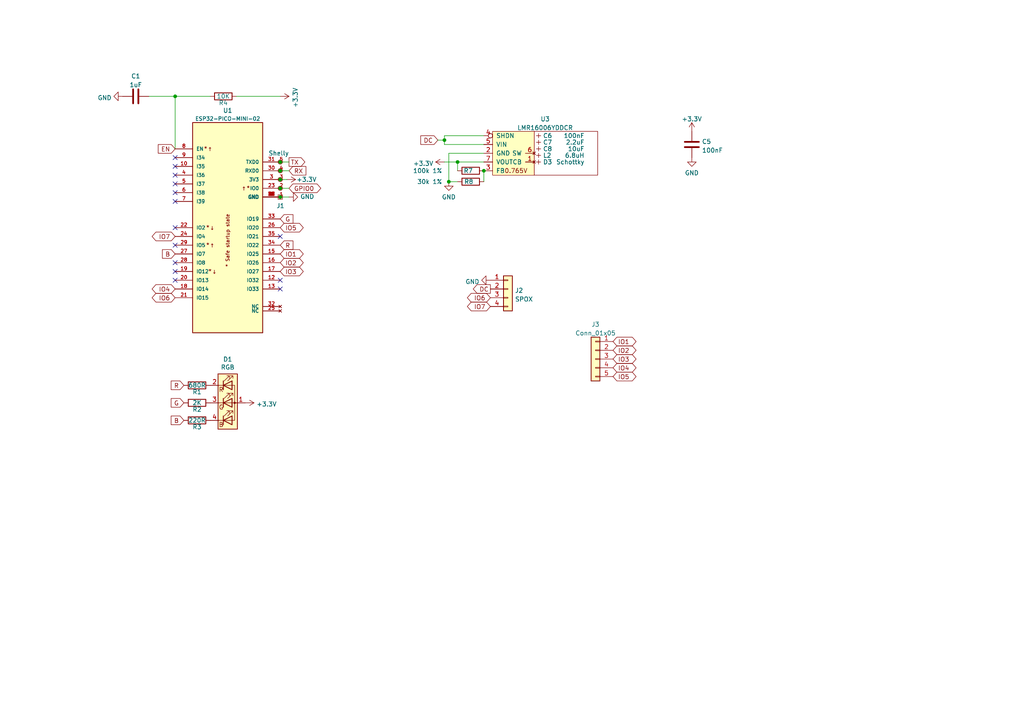
<source format=kicad_sch>
(kicad_sch (version 20241209) (generator "eeschema") (generator_version "9.0")
  (paper "A4")
  (title_block (title "Generic ESP32-PICO-MINI module") (date "${DATE}") (rev "1") (comment 1 "@TheRealRevK") (comment 2 "www.me.uk"))
  (lib_symbols
    (symbol "Connector_Generic:Conn_01x04" (pin_names (offset 1.016) (hide yes))
      (property "Reference" "J" (at 0 5.08 0))
      (property "Value" "Conn_01x04" (at 0 -7.62 0))
      (symbol "Conn_01x04_1_1"
        (rectangle (start -1.27 3.81) (end 1.27 -6.35) (stroke (width 0.254)) (fill (type background)))
        (rectangle (start -1.27 2.667) (end 0 2.413) (stroke (width 0.1524)))
        (rectangle (start -1.27 0.127) (end 0 -0.127) (stroke (width 0.1524)))
        (rectangle (start -1.27 -2.413) (end 0 -2.667) (stroke (width 0.1524)))
        (rectangle (start -1.27 -4.953) (end 0 -5.207) (stroke (width 0.1524)))
        (pin passive line (at -5.08 2.54 0) (length 3.81) (name "Pin_1") (number "1"))
        (pin passive line (at -5.08 0 0) (length 3.81) (name "Pin_2") (number "2"))
        (pin passive line (at -5.08 -2.54 0) (length 3.81) (name "Pin_3") (number "3"))
        (pin passive line (at -5.08 -5.08 0) (length 3.81) (name "Pin_4") (number "4"))
      )
    )
    (symbol "Connector_Generic:Conn_01x05" (pin_names (offset 1.016) (hide yes))
      (property "Reference" "J" (at 0 7.62 0))
      (property "Value" "Conn_01x05" (at 0 -7.62 0))
      (symbol "Conn_01x05_1_1"
        (rectangle (start -1.27 6.35) (end 1.27 -6.35) (stroke (width 0.254)) (fill (type background)))
        (rectangle (start -1.27 5.207) (end 0 4.953) (stroke (width 0.1524)))
        (rectangle (start -1.27 2.667) (end 0 2.413) (stroke (width 0.1524)))
        (rectangle (start -1.27 0.127) (end 0 -0.127) (stroke (width 0.1524)))
        (rectangle (start -1.27 -2.413) (end 0 -2.667) (stroke (width 0.1524)))
        (rectangle (start -1.27 -4.953) (end 0 -5.207) (stroke (width 0.1524)))
        (pin passive line (at -5.08 5.08 0) (length 3.81) (name "Pin_1") (number "1"))
        (pin passive line (at -5.08 2.54 0) (length 3.81) (name "Pin_2") (number "2"))
        (pin passive line (at -5.08 0 0) (length 3.81) (name "Pin_3") (number "3"))
        (pin passive line (at -5.08 -2.54 0) (length 3.81) (name "Pin_4") (number "4"))
        (pin passive line (at -5.08 -5.08 0) (length 3.81) (name "Pin_5") (number "5"))
      )
    )
    (symbol "Device:C" (pin_numbers (hide yes)) (pin_names (offset 0.254))
      (property "Reference" "C" (at 0.635 2.54 0))
      (property "Value" "C" (at 0.635 -2.54 0))
      (symbol "C_0_1"
        (polyline (pts (xy -2.032 0.762) (xy 2.032 0.762)) (stroke (width 0.508)))
        (polyline (pts (xy -2.032 -0.762) (xy 2.032 -0.762)) (stroke (width 0.508)))
      )
      (symbol "C_1_1"
        (pin passive line (at 0 3.81 270) (length 2.794) (name "~") (number "1"))
        (pin passive line (at 0 -3.81 90) (length 2.794) (name "~") (number "2"))
      )
    )
    (symbol "Device:LED_ARGB" (pin_names (offset 0) (hide yes))
      (property "Reference" "D" (at 0 9.398 0))
      (property "Value" "LED_ARGB" (at 0 -8.89 0))
      (symbol "LED_ARGB_0_0"
        (text "R" (at -1.905 3.81 0) (effects (font (size 1.27 1.27))))
        (text "G" (at -1.905 -1.27 0) (effects (font (size 1.27 1.27))))
        (text "B" (at -1.905 -6.35 0) (effects (font (size 1.27 1.27))))
      )
      (symbol "LED_ARGB_0_1"
        (polyline (pts (xy -1.27 6.35) (xy -1.27 3.81) (xy -1.27 3.81)))
        (polyline (pts (xy -1.27 6.35) (xy -1.27 3.81)) (stroke (width 0.254)))
        (polyline (pts (xy -1.27 5.08) (xy 1.27 5.08)))
        (polyline (pts (xy -1.27 5.08) (xy -2.54 5.08)))
        (polyline (pts (xy -1.27 1.27) (xy -1.27 -1.27) (xy -1.27 -1.27)))
        (polyline (pts (xy -1.27 1.27) (xy -1.27 -1.27)) (stroke (width 0.254)))
        (polyline (pts (xy -1.27 0) (xy -2.54 0)))
        (polyline (pts (xy -1.27 -3.81) (xy -1.27 -6.35)) (stroke (width 0.254)))
        (polyline (pts (xy -1.27 -5.08) (xy 1.27 -5.08)))
        (polyline (pts (xy -1.27 -5.08) (xy -2.54 -5.08)))
        (polyline (pts (xy -1.016 6.35) (xy 0.508 7.874) (xy -0.254 7.874) (xy 0.508 7.874) (xy 0.508 7.112)))
        (polyline (pts (xy -1.016 1.27) (xy 0.508 2.794) (xy -0.254 2.794) (xy 0.508 2.794) (xy 0.508 2.032)))
        (polyline (pts (xy -1.016 -3.81) (xy 0.508 -2.286) (xy -0.254 -2.286) (xy 0.508 -2.286) (xy 0.508 -3.048)))
        (polyline (pts (xy 0 6.35) (xy 1.524 7.874) (xy 0.762 7.874) (xy 1.524 7.874) (xy 1.524 7.112)))
        (polyline (pts (xy 0 1.27) (xy 1.524 2.794) (xy 0.762 2.794) (xy 1.524 2.794) (xy 1.524 2.032)))
        (polyline (pts (xy 0 -3.81) (xy 1.524 -2.286) (xy 0.762 -2.286) (xy 1.524 -2.286) (xy 1.524 -3.048)))
        (rectangle (start 1.27 6.35) (end 1.27 6.35))
        (polyline (pts (xy 1.27 6.35) (xy 1.27 3.81) (xy -1.27 5.08) (xy 1.27 6.35)) (stroke (width 0.254)))
        (rectangle (start 1.27 3.81) (end 1.27 6.35))
        (rectangle (start 1.27 1.27) (end 1.27 1.27))
        (polyline (pts (xy 1.27 1.27) (xy 1.27 -1.27) (xy -1.27 0) (xy 1.27 1.27)) (stroke (width 0.254)))
        (polyline (pts (xy 1.27 0) (xy 2.54 0)))
        (polyline (pts (xy 1.27 0) (xy -1.27 0)))
        (rectangle (start 1.27 -1.27) (end 1.27 1.27))
        (polyline (pts (xy 1.27 -3.81) (xy 1.27 -6.35) (xy -1.27 -5.08) (xy 1.27 -3.81)) (stroke (width 0.254)))
        (polyline (pts (xy 1.27 -5.08) (xy 2.032 -5.08) (xy 2.032 5.08) (xy 1.27 5.08)))
        (circle (center 2.032 0) (radius 0.254) (fill (type outline)))
        (rectangle (start 2.794 8.382) (end -2.794 -7.62) (stroke (width 0.254)) (fill (type background)))
      )
      (symbol "LED_ARGB_1_1"
        (pin passive line (at -5.08 5.08 0) (length 2.54) (name "RK") (number "2"))
        (pin passive line (at -5.08 0 0) (length 2.54) (name "GK") (number "3"))
        (pin passive line (at -5.08 -5.08 0) (length 2.54) (name "BK") (number "4"))
        (pin passive line (at 5.08 0 180) (length 2.54) (name "A") (number "1"))
      )
    )
    (symbol "Device:R" (pin_numbers (hide yes)) (pin_names (offset 0))
      (property "Reference" "R" (at 2.032 0 90))
      (property "Value" "R" (at 0 0 90))
      (symbol "R_0_1"
        (rectangle (start -1.016 -2.54) (end 1.016 2.54) (stroke (width 0.254)))
      )
      (symbol "R_1_1"
        (pin passive line (at 0 3.81 270) (length 1.27) (name "~") (number "1"))
        (pin passive line (at 0 -3.81 90) (length 1.27) (name "~") (number "2"))
      )
    )
    (symbol "GND_5" (power) (pin_names (offset 0))
      (property "Value" "GND_5" (at 0 -3.81 0))
      (symbol "GND_5_0_1"
        (polyline (pts (xy 0 0) (xy 0 -1.27) (xy 1.27 -1.27) (xy 0 -2.54) (xy -1.27 -1.27) (xy 0 -1.27)))
      )
      (symbol "GND_5_1_1"
        (pin power_in line (at 0 0 270) (length 0) (hide yes) (name "GND") (number "1"))
      )
    )
    (symbol "RevK:ESP32-PICO-MINI-02" (pin_names (offset 1.016))
      (property "Reference" "U" (at -10.16 -33.02 0))
      (property "Value" "ESP32-PICO-MINI-02" (at 0 27.94 0))
      (symbol "ESP32-PICO-MINI-02_0_0"
        (rectangle (start -10.16 -30.48) (end 10.16 30.48) (stroke (width 0.254)) (fill (type background)))
        (text "*↑" (at -6.985 22.86 0) (effects (font (size 1.27 1.27)) (justify left)))
        (text "*↓" (at -6.35 0 0) (effects (font (size 1.27 1.27)) (justify left)))
        (text "*↑" (at -6.35 -5.08 0) (effects (font (size 1.27 1.27)) (justify left)))
        (text "*↓" (at -5.715 -12.7 0) (effects (font (size 1.27 1.27)) (justify left)))
        (text "* Safe startup state" (at 0 -11.43 900) (effects (font (size 1 1)) (justify left)))
        (text "↑*" (at 3.81 11.43 0) (effects (font (size 1.27 1.27)) (justify left)))
        (pin input line (at -15.24 22.86 0) (length 5.08) (name "EN") (number "8"))
        (pin input line (at -15.24 20.32 0) (length 5.08) (name "I34") (number "9"))
        (pin input line (at -15.24 17.78 0) (length 5.08) (name "I35") (number "10"))
        (pin input line (at -15.24 15.24 0) (length 5.08) (name "I36") (number "4"))
        (pin input line (at -15.24 12.7 0) (length 5.08) (name "I37") (number "5"))
        (pin input line (at -15.24 10.16 0) (length 5.08) (name "I38") (number "6"))
        (pin input line (at -15.24 7.62 0) (length 5.08) (name "I39") (number "7"))
        (pin bidirectional line (at -15.24 0 0) (length 5.08) (name "IO2") (number "22"))
        (pin bidirectional line (at -15.24 -2.54 0) (length 5.08) (name "IO4") (number "24"))
        (pin bidirectional line (at -15.24 -5.08 0) (length 5.08) (name "IO5") (number "29"))
        (pin bidirectional line (at -15.24 -7.62 0) (length 5.08) (name "IO7") (number "27"))
        (pin bidirectional line (at -15.24 -10.16 0) (length 5.08) (name "IO8") (number "28"))
        (pin bidirectional line (at -15.24 -12.7 0) (length 5.08) (name "IO12") (number "19"))
        (pin bidirectional line (at -15.24 -15.24 0) (length 5.08) (name "IO13") (number "20"))
        (pin bidirectional line (at -15.24 -17.78 0) (length 5.08) (name "IO14") (number "18"))
        (pin bidirectional line (at -15.24 -20.32 0) (length 5.08) (name "IO15") (number "21"))
        (pin bidirectional line (at 15.24 19.05 180) (length 5.08) (name "TXD0") (number "31"))
        (pin bidirectional line (at 15.24 16.51 180) (length 5.08) (name "RXD0") (number "30"))
        (pin power_in line (at 15.24 13.97 180) (length 5.08) (name "3V3") (number "3"))
        (pin bidirectional line (at 15.24 11.43 180) (length 5.08) (name "IO0") (number "23"))
        (pin power_in line (at 15.24 8.89 180) (length 5.08) (name "GND") (number "1"))
        (pin power_in line (at 15.24 8.89 180) (length 5.08) (name "GND") (number "11"))
        (pin power_in line (at 15.24 8.89 180) (length 5.08) (name "GND") (number "14"))
        (pin power_in line (at 15.24 8.89 180) (length 5.08) (name "GND") (number "2"))
        (pin power_in line (at 15.24 8.89 180) (length 5.08) (name "GND") (number "36"))
        (pin power_in line (at 15.24 8.89 180) (length 5.08) (name "GND") (number "37"))
        (pin power_in line (at 15.24 8.89 180) (length 5.08) (name "GND") (number "38"))
        (pin power_in line (at 15.24 8.89 180) (length 5.08) (name "GND") (number "39"))
        (pin power_in line (at 15.24 8.89 180) (length 5.08) (name "GND") (number "40"))
        (pin power_in line (at 15.24 8.89 180) (length 5.08) (name "GND") (number "41"))
        (pin power_in line (at 15.24 8.89 180) (length 5.08) (name "GND") (number "42"))
        (pin power_in line (at 15.24 8.89 180) (length 5.08) (name "GND") (number "43"))
        (pin power_in line (at 15.24 8.89 180) (length 5.08) (name "GND") (number "44"))
        (pin power_in line (at 15.24 8.89 180) (length 5.08) (name "GND") (number "45"))
        (pin power_in line (at 15.24 8.89 180) (length 5.08) (name "GND") (number "46"))
        (pin power_in line (at 15.24 8.89 180) (length 5.08) (name "GND") (number "47"))
        (pin power_in line (at 15.24 8.89 180) (length 5.08) (name "GND") (number "48"))
        (pin power_in line (at 15.24 8.89 180) (length 5.08) (name "GND") (number "49"))
        (pin power_in line (at 15.24 8.89 180) (length 5.08) (name "GND") (number "50"))
        (pin power_in line (at 15.24 8.89 180) (length 5.08) (name "GND") (number "51"))
        (pin power_in line (at 15.24 8.89 180) (length 5.08) (name "GND") (number "52"))
        (pin power_in line (at 15.24 8.89 180) (length 5.08) (name "GND") (number "53"))
        (pin bidirectional line (at 15.24 2.54 180) (length 5.08) (name "IO19") (number "33"))
        (pin bidirectional line (at 15.24 0 180) (length 5.08) (name "IO20") (number "26"))
        (pin bidirectional line (at 15.24 -2.54 180) (length 5.08) (name "IO21") (number "35"))
        (pin bidirectional line (at 15.24 -5.08 180) (length 5.08) (name "IO22") (number "34"))
        (pin bidirectional line (at 15.24 -7.62 180) (length 5.08) (name "IO25") (number "15"))
        (pin bidirectional line (at 15.24 -10.16 180) (length 5.08) (name "IO26") (number "16"))
        (pin bidirectional line (at 15.24 -12.7 180) (length 5.08) (name "IO27") (number "17"))
        (pin bidirectional line (at 15.24 -15.24 180) (length 5.08) (name "IO32") (number "12"))
        (pin bidirectional line (at 15.24 -17.78 180) (length 5.08) (name "IO33") (number "13"))
        (pin no_connect line (at 15.24 -22.86 180) (length 5.08) (name "NC") (number "32"))
        (pin no_connect line (at 15.24 -24.13 180) (length 5.08) (name "NC") (number "25"))
      )
    )
    (symbol "RevK:Hidden" (pin_names (offset 1.016))
      (property "Reference" "Z" (at 0.635 0 0))
      (property "Value" "Hidden" (at 4.445 0 0))
      (symbol "Hidden_0_1"
        (polyline (pts (xy -0.635 0) (xy 0.635 0)) (stroke (width 0.1524)))
        (polyline (pts (xy 0 0.635) (xy 0 -0.635)) (stroke (width 0.1524)))
      )
      (symbol "Hidden_1_1"
        (pin no_connect non_logic (at 0 -2.54 90) (length 2.54) (hide yes) (name "~") (number "~"))
      )
    )
    (symbol "RevK:LMR16006XDDCR" (pin_names (offset 1.016))
      (property "Reference" "U" (at 11.43 2.54 0))
      (property "Value" "LMR16006XDDCR" (at 7.62 -12.7 0))
      (symbol "LMR16006XDDCR_0_0"
        (rectangle (start 2.54 1.27) (end 14.605 -11.43) (fill (type background)))
        (text "0.765V" (at 12.7 -10.16 0) (effects (font (size 1.27 1.27)) (justify right)))
      )
      (symbol "LMR16006XDDCR_0_1"
        (rectangle (start 14.605 1.27) (end 33.02 -11.43))
      )
      (symbol "LMR16006XDDCR_1_1"
        (pin input inverted (at 0 0 0) (length 2.54) (name "SHDN") (number "4"))
        (pin power_in line (at 0 -2.54 0) (length 2.54) (name "VIN") (number "5"))
        (pin power_in line (at 0 -5.08 0) (length 2.54) (name "GND") (number "2"))
        (pin power_out line (at 0 -7.62 0) (length 2.54) (name "VOUT") (number "7"))
        (pin passive line (at 0 -10.16 0) (length 2.54) (name "FB") (number "3"))
        (pin no_connect line (at 14.605 -5.08 180) (length 2.54) (name "SW") (number "6"))
        (pin no_connect line (at 14.605 -7.62 180) (length 2.54) (name "CB") (number "1"))
      )
    )
    (symbol "RevK:Shelly" (in_bom no)
      (property "Reference" "J" (at 2.54 -8.255 0))
      (property "Value" "Shelly" (at 2.54 9.525 0))
      (symbol "Shelly_0_1"
        (circle (center 0 5.08) (radius 0.635) (stroke (width 0.1524)))
        (circle (center 0 2.54) (radius 0.635) (stroke (width 0.1524)))
        (circle (center 0 0) (radius 0.635) (stroke (width 0.1524)))
        (circle (center 0 -2.54) (radius 0.635) (stroke (width 0.1524)))
        (rectangle (start 0.635 -5.715) (end -0.635 -4.445) (stroke (width 0.1524)))
      )
      (symbol "Shelly_1_1"
        (pin passive line (at 0 5.08 0) (length 0.64) (name "Tx") (number "5"))
        (pin passive line (at 0 2.54 0) (length 0.64) (name "Rx") (number "4"))
        (pin passive line (at 0 0 0) (length 0.64) (name "3V3") (number "3"))
        (pin passive line (at 0 -2.54 0) (length 0.64) (name "0") (number "2"))
        (pin passive line (at 0 -5.08 0) (length 0.64) (name "GND") (number "1"))
      )
    )
    (symbol "power:+3.3V" (power) (pin_names (offset 0))
      (property "Value" "+3.3V" (at 0 3.556 0))
      (symbol "+3.3V_0_1"
        (polyline (pts (xy -0.762 1.27) (xy 0 2.54)))
        (polyline (pts (xy 0 2.54) (xy 0.762 1.27)))
        (polyline (pts (xy 0 0) (xy 0 2.54)))
      )
      (symbol "+3.3V_1_1"
        (pin power_in line (at 0 0 90) (length 0) (hide yes) (name "+3.3V") (number "1"))
      )
    )
    (symbol "power:GND" (power) (pin_names (offset 0))
      (property "Value" "GND" (at 0 -3.81 0))
      (symbol "GND_0_1"
        (polyline (pts (xy 0 0) (xy 0 -1.27) (xy 1.27 -1.27) (xy 0 -2.54) (xy -1.27 -1.27) (xy 0 -1.27)))
      )
      (symbol "GND_1_1"
        (pin power_in line (at 0 0 270) (length 0) (hide yes) (name "GND") (number "1"))
      )
    )
  )
  (junction (at 81.28 46.99))
  (junction (at 81.28 57.15))
  (junction (at 130.175 52.705))
  (junction (at 128.905 40.64))
  (junction (at 132.715 46.99))
  (junction (at 81.28 52.07))
  (junction (at 50.8 27.94))
  (junction (at 140.335 49.53))
  (junction (at 81.28 54.61))
  (junction (at 81.28 49.53))
  (no_connect (at 50.8 76.2))
  (no_connect (at 50.8 81.28))
  (no_connect (at 50.8 45.72))
  (no_connect (at 50.8 48.26))
  (no_connect (at 50.8 50.8))
  (no_connect (at 50.8 53.34))
  (no_connect (at 50.8 55.88))
  (no_connect (at 50.8 58.42))
  (no_connect (at 50.8 66.04))
  (no_connect (at 50.8 71.12))
  (no_connect (at 50.8 78.74))
  (no_connect (at 81.28 68.58))
  (no_connect (at 81.28 81.28))
  (no_connect (at 81.28 83.82))
  (wire (pts (xy 128.905 40.64) (xy 128.905 41.91)))
  (wire (pts (xy 81.28 57.15) (xy 83.82 57.15)))
  (wire (pts (xy 43.18 27.94) (xy 50.8 27.94)))
  (wire (pts (xy 130.175 52.705) (xy 130.175 44.45)))
  (wire (pts (xy 128.905 46.99) (xy 132.715 46.99)))
  (wire (pts (xy 81.28 52.07) (xy 83.185 52.07)))
  (wire (pts (xy 130.175 44.45) (xy 140.335 44.45)))
  (wire (pts (xy 132.715 52.705) (xy 130.175 52.705)))
  (wire (pts (xy 132.715 46.99) (xy 140.335 46.99)))
  (wire (pts (xy 128.905 41.91) (xy 140.335 41.91)))
  (wire (pts (xy 50.8 43.18) (xy 50.8 27.94)))
  (wire (pts (xy 140.335 49.53) (xy 140.335 52.705)))
  (wire (pts (xy 81.28 49.53) (xy 83.82 49.53)))
  (wire (pts (xy 50.8 27.94) (xy 60.96 27.94)))
  (wire (pts (xy 128.905 39.37) (xy 140.335 39.37)))
  (wire (pts (xy 127 40.64) (xy 128.905 40.64)))
  (wire (pts (xy 132.715 49.53) (xy 132.715 46.99)))
  (wire (pts (xy 81.28 54.61) (xy 83.82 54.61)))
  (wire (pts (xy 128.905 39.37) (xy 128.905 40.64)))
  (wire (pts (xy 81.28 46.99) (xy 83.82 46.99)))
  (wire (pts (xy 68.58 27.94) (xy 81.28 27.94)))
  (global_label "IO4" (shape bidirectional) (at 177.8 106.68 0) (property "Intersheetrefs" "${INTERSHEET_REFS}" (effects (hide yes))))
  (global_label "IO7" (shape bidirectional) (at 50.8 68.58 180) (property "Intersheetrefs" "${INTERSHEET_REFS}" (effects (hide yes))))
  (global_label "IO1" (shape bidirectional) (at 81.28 73.66 0) (property "Intersheetrefs" "${INTERSHEET_REFS}" (effects (hide yes))))
  (global_label "IO2" (shape bidirectional) (at 177.8 101.6 0) (property "Intersheetrefs" "${INTERSHEET_REFS}" (effects (hide yes))))
  (global_label "IO4" (shape bidirectional) (at 50.8 83.82 180) (property "Intersheetrefs" "${INTERSHEET_REFS}" (effects (hide yes))))
  (global_label "DC" (shape input) (at 127 40.64 180) (property "Intersheetrefs" "${INTERSHEET_REFS}" (effects (hide yes))))
  (global_label "IO5" (shape bidirectional) (at 81.28 66.04 0) (property "Intersheetrefs" "${INTERSHEET_REFS}" (effects (hide yes))))
  (global_label "G" (shape input) (at 81.28 63.5 0) (property "Intersheetrefs" "${INTERSHEET_REFS}" (effects (hide yes))))
  (global_label "IO3" (shape bidirectional) (at 177.8 104.14 0) (property "Intersheetrefs" "${INTERSHEET_REFS}" (effects (hide yes))))
  (global_label "R" (shape input) (at 81.28 71.12 0) (property "Intersheetrefs" "${INTERSHEET_REFS}" (effects (hide yes))))
  (global_label "IO5" (shape bidirectional) (at 177.8 109.22 0) (property "Intersheetrefs" "${INTERSHEET_REFS}" (effects (hide yes))))
  (global_label "EN" (shape input) (at 50.8 43.18 180) (property "Intersheetrefs" "${INTERSHEET_REFS}" (effects (hide yes))))
  (global_label "B" (shape input) (at 53.34 121.92 180) (property "Intersheetrefs" "${INTERSHEET_REFS}" (effects (hide yes))))
  (global_label "IO3" (shape bidirectional) (at 81.28 78.74 0) (property "Intersheetrefs" "${INTERSHEET_REFS}" (effects (hide yes))))
  (global_label "IO7" (shape bidirectional) (at 142.24 88.9 180) (property "Intersheetrefs" "${INTERSHEET_REFS}" (effects (hide yes))))
  (global_label "IO2" (shape bidirectional) (at 81.28 76.2 0) (property "Intersheetrefs" "${INTERSHEET_REFS}" (effects (hide yes))))
  (global_label "R" (shape input) (at 53.34 111.76 180) (property "Intersheetrefs" "${INTERSHEET_REFS}" (effects (hide yes))))
  (global_label "IO6" (shape bidirectional) (at 50.8 86.36 180) (property "Intersheetrefs" "${INTERSHEET_REFS}" (effects (hide yes))))
  (global_label "RX" (shape input) (at 83.82 49.53 0) (property "Intersheetrefs" "${INTERSHEET_REFS}" (effects (hide yes))))
  (global_label "GPIO0" (shape bidirectional) (at 83.82 54.61 0) (property "Intersheetrefs" "${INTERSHEET_REFS}" (effects (hide yes))))
  (global_label "TX" (shape output) (at 83.82 46.99 0) (property "Intersheetrefs" "${INTERSHEET_REFS}" (effects (hide yes))))
  (global_label "IO6" (shape bidirectional) (at 142.24 86.36 180) (property "Intersheetrefs" "${INTERSHEET_REFS}" (effects (hide yes))))
  (global_label "DC" (shape output) (at 142.24 83.82 180) (property "Intersheetrefs" "${INTERSHEET_REFS}" (effects (hide yes))))
  (global_label "IO1" (shape bidirectional) (at 177.8 99.06 0) (property "Intersheetrefs" "${INTERSHEET_REFS}" (effects (hide yes))))
  (global_label "G" (shape input) (at 53.34 116.84 180) (property "Intersheetrefs" "${INTERSHEET_REFS}" (effects (hide yes))))
  (global_label "B" (shape input) (at 50.8 73.66 180) (property "Intersheetrefs" "${INTERSHEET_REFS}" (effects (hide yes))))
  (symbol (lib_id "power:+3.3V") (at 83.185 52.07 270) (unit 1)
    (property "Reference" "#PWR03" (effects (hide yes)))
    (property "Value" "+3.3V" (at 88.9 52.07 90))
  )
  (symbol (lib_id "power:GND") (at 83.82 57.15 90) (unit 1)
    (property "Reference" "#PWR04" (effects (hide yes)))
    (property "Value" "GND" (at 87.0712 57.023 90) (effects (justify right)))
  )
  (symbol (lib_id "RevK:Hidden") (at 156.21 39.37 0) (unit 1)
    (property "Reference" "C6" (at 157.48 39.37 0) (effects (justify left)))
    (property "Value" "100nF" (at 169.545 39.37 0) (effects (justify right)))
    (property "Footprint" "RevK:C_0603_" (effects (hide yes)))
    (property "Note" "X7R or X5R 0603" (effects (hide yes)))
    (property "MPN" "C30926" (effects (hide yes)))
  )
  (symbol (lib_id "RevK:Hidden") (at 156.21 45.085 0) (unit 1)
    (property "Reference" "L2" (at 157.48 45.085 0) (effects (justify left)))
    (property "Value" "6.8uH" (at 169.545 45.085 0) (effects (justify right)))
    (property "Footprint" "RevK:L_4x4_" (effects (hide yes)))
    (property "MPN" "C354575" (effects (hide yes)))
  )
  (symbol (lib_id "Device:R") (at 57.15 111.76 270) (unit 1)
    (property "Reference" "R1" (at 57.15 113.665 90))
    (property "Value" "680R" (at 57.15 111.76 90))
    (property "Footprint" "RevK:R_0603" (effects (hide yes)))
  )
  (symbol (lib_id "RevK:Shelly") (at 81.28 52.07 0) (unit 1) (in_bom no)
    (property "Reference" "J1" (at 82.55 59.69 0) (effects (justify right)))
    (property "Value" "Shelly" (at 83.82 44.45 0) (effects (justify right)))
    (property "Footprint" "RevK:Shelly" (effects (hide yes)))
  )
  (symbol (lib_id "power:GND") (at 142.24 81.28 270) (unit 1)
    (property "Reference" "#PWR09" (effects (hide yes)))
    (property "Value" "GND" (at 139.0651 81.7138 90) (effects (justify right)))
  )
  (symbol (lib_id "RevK:Hidden") (at 156.21 43.18 0) (unit 1)
    (property "Reference" "C8" (at 157.48 43.18 0) (effects (justify left)))
    (property "Value" "10uF" (at 169.545 43.18 0) (effects (justify right)))
    (property "Footprint" "RevK:C_0805_" (effects (hide yes)))
    (property "MPN" "C17024" (effects (hide yes)))
  )
  (symbol (lib_id "Device:R") (at 64.77 27.94 270) (unit 1)
    (property "Reference" "R4" (at 64.77 29.845 90))
    (property "Value" "10K" (at 64.77 27.94 90))
    (property "Footprint" "RevK:R_0603" (effects (hide yes)))
  )
  (symbol (lib_id "RevK:LMR16006XDDCR") (at 140.335 39.37 0) (unit 1)
    (property "Reference" "U3" (at 158.115 34.5272 0))
    (property "Value" "LMR16006YDDCR" (at 158.115 37.0641 0))
    (property "Footprint" "RevK:SOT-23-Thin-6-Reg" (effects (hide yes)))
    (property "Manufacturer" "TI" (effects (hide yes)))
    (property "Part No" "LMR16006YDDCR" (effects (hide yes)))
    (property "MPN" "C290195" (effects (hide yes)))
  )
  (symbol (lib_id "Device:C") (at 200.66 41.91 0) (unit 1)
    (property "Reference" "C5" (at 203.581 41.0753 0) (effects (justify left)))
    (property "Value" "100nF" (at 203.581 43.6122 0) (effects (justify left)))
    (property "Footprint" "RevK:C_0603" (effects (hide yes)))
  )
  (symbol (lib_id "power:+3.3V") (at 71.12 116.84 270) (unit 1)
    (property "Reference" "#PWR02" (effects (hide yes)))
    (property "Value" "+3.3V" (at 74.3712 117.221 90) (effects (justify left)))
  )
  (symbol (lib_id "Connector_Generic:Conn_01x05") (at 172.72 104.14 0) (mirror y) (unit 1)
    (property "Reference" "J3" (at 172.72 94.0902 0))
    (property "Value" "Conn_01x05" (at 172.72 96.6271 0))
    (property "Footprint" "Connector_PinSocket_2.54mm:PinSocket_1x05_P2.54mm_Vertical" (effects (hide yes)))
  )
  (symbol (lib_id "power:+3.3V") (at 81.28 27.94 270) (unit 1)
    (property "Reference" "#PWR0101" (effects (hide yes)))
    (property "Value" "+3.3V" (at 85.6742 28.321 0))
  )
  (symbol (lib_name "GND_5") (lib_id "power:GND") (at 130.175 52.705 0) (unit 1)
    (property "Reference" "#PWR08" (effects (hide yes)))
    (property "Value" "GND" (at 130.175 57.1484 0))
  )
  (symbol (lib_id "Device:R") (at 57.15 116.84 270) (unit 1)
    (property "Reference" "R2" (at 57.15 118.745 90))
    (property "Value" "2K" (at 57.15 116.84 90))
    (property "Footprint" "RevK:R_0603" (effects (hide yes)))
  )
  (symbol (lib_id "RevK:ESP32-PICO-MINI-02") (at 66.04 66.04 0) (unit 1)
    (property "Reference" "U1" (at 66.04 32.0498 0))
    (property "Value" "ESP32-PICO-MINI-02" (at 66.04 34.4339 0) (effects (font (size 1.1 1.1))))
    (property "Footprint" "RevK:ESP32-PICO-MINI-02" (effects (hide yes)))
    (property "MANUFACTURER" "Espressif" (effects (hide yes)))
    (property "MAXIMUM_PACKAGE_HEIGHT" "2.55mm" (effects (hide yes)))
    (property "PARTREV" "v1.0" (effects (hide yes)))
    (property "STANDARD" "Manufacturer Recommendations" (effects (hide yes)))
  )
  (symbol (lib_id "RevK:Hidden") (at 156.21 46.99 0) (unit 1)
    (property "Reference" "D3" (at 157.48 46.99 0) (effects (justify left)))
    (property "Value" "Schottky" (at 169.545 46.99 0) (effects (justify right)))
    (property "Footprint" "RevK:D_1206_" (effects (hide yes)))
    (property "Datasheet" "https://www.mouser.co.uk/datasheet/2/54/CD1206-B220_B2100-777245.pdf" (effects (hide yes)))
    (property "Manufacturer" "Bourns" (effects (hide yes)))
    (property "MPN" "C143805" (effects (hide yes)))
  )
  (symbol (lib_id "Device:R") (at 136.525 52.705 90) (unit 1)
    (property "Reference" "R8" (at 134.62 52.705 90) (effects (justify right)))
    (property "Value" "30k 1%" (at 128.27 52.705 90) (effects (justify left)))
    (property "Footprint" "RevK:R_0603" (effects (hide yes)))
    (property "MPN" "C100001" (effects (hide yes)))
  )
  (symbol (lib_id "Device:C") (at 39.37 27.94 90) (unit 1)
    (property "Reference" "C1" (at 39.37 22.0812 90))
    (property "Value" "1uF" (at 39.37 24.6181 90))
    (property "Footprint" "RevK:C_0603" (effects (hide yes)))
  )
  (symbol (lib_id "Connector_Generic:Conn_01x04") (at 147.32 83.82 0) (unit 1)
    (property "Reference" "J2" (at 149.352 84.2553 0) (effects (justify left)))
    (property "Value" "SPOX" (at 149.352 86.7922 0) (effects (justify left)))
    (property "Footprint" "RevK:Molex_MiniSPOX_H4RA" (effects (hide yes)))
  )
  (symbol (lib_id "RevK:Hidden") (at 156.21 41.275 0) (unit 1)
    (property "Reference" "C7" (at 157.48 41.275 0) (effects (justify left)))
    (property "Value" "2.2uF" (at 169.545 41.275 0) (effects (justify right)))
    (property "Footprint" "RevK:C_0805_" (effects (hide yes)))
    (property "MPN" "C19110" (effects (hide yes)))
  )
  (symbol (lib_id "power:+3.3V") (at 200.66 38.1 0) (unit 1)
    (property "Reference" "#PWR011" (effects (hide yes)))
    (property "Value" "+3.3V" (at 200.66 34.5242 0))
  )
  (symbol (lib_id "Device:LED_ARGB") (at 66.04 116.84 0) (unit 1)
    (property "Reference" "D1" (at 66.04 104.2162 0))
    (property "Value" "RGB" (at 66.04 106.5276 0))
    (property "Footprint" "RevK:LED-RGB-1.6x1.6" (effects (hide yes)))
    (property "Manufacturer" "Kingbright" (effects (hide yes)))
    (property "Part No" "APTF1616LSEEZGKQBKC" (effects (hide yes)))
  )
  (symbol (lib_id "Device:R") (at 57.15 121.92 270) (unit 1)
    (property "Reference" "R3" (at 57.15 123.825 90))
    (property "Value" "220R" (at 57.15 121.92 90))
    (property "Footprint" "RevK:R_0603" (effects (hide yes)))
  )
  (symbol (lib_id "Device:R") (at 136.525 49.53 90) (unit 1)
    (property "Reference" "R7" (at 137.16 49.53 90) (effects (justify left)))
    (property "Value" "100k 1%" (at 128.27 49.53 90) (effects (justify left)))
    (property "Footprint" "RevK:R_0603" (effects (hide yes)))
    (property "MPN" "C14675" (effects (hide yes)))
  )
  (symbol (lib_id "power:+3.3V") (at 128.905 46.99 90) (unit 1)
    (property "Reference" "#PWR07" (effects (hide yes)))
    (property "Value" "+3.3V" (at 125.73 47.4238 90) (effects (justify left)))
  )
  (symbol (lib_id "power:GND") (at 35.56 27.94 270) (unit 1)
    (property "Reference" "#PWR01" (effects (hide yes)))
    (property "Value" "GND" (at 32.3851 28.3738 90) (effects (justify right)))
  )
  (symbol (lib_id "power:GND") (at 200.66 45.72 0) (unit 1)
    (property "Reference" "#PWR012" (effects (hide yes)))
    (property "Value" "GND" (at 200.66 50.1634 0))
  )
)
</source>
